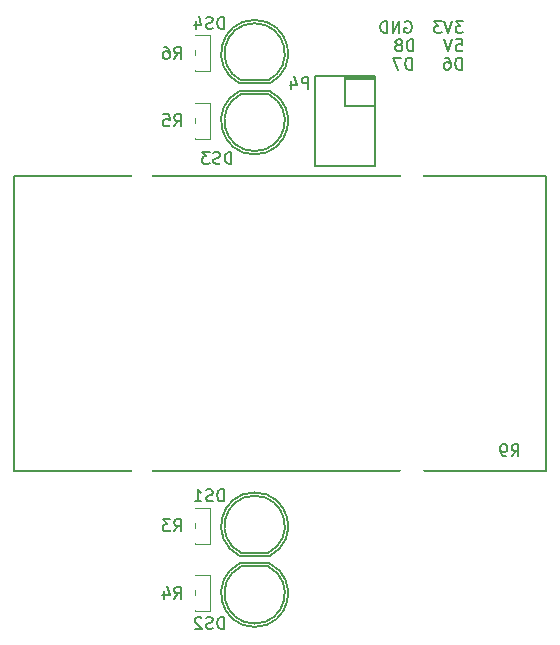
<source format=gbo>
G04 #@! TF.FileFunction,Legend,Bot*
%FSLAX46Y46*%
G04 Gerber Fmt 4.6, Leading zero omitted, Abs format (unit mm)*
G04 Created by KiCad (PCBNEW 4.0.1-stable) date 27/02/2016 21:34:42*
%MOMM*%
G01*
G04 APERTURE LIST*
%ADD10C,0.150000*%
%ADD11C,0.100000*%
%ADD12R,1.150000X1.150000*%
%ADD13C,2.000000*%
%ADD14C,1.800000*%
%ADD15R,1.500000X1.500000*%
%ADD16C,1.500000*%
%ADD17C,1.000000*%
%ADD18R,1.000000X1.000000*%
%ADD19O,3.000000X1.800000*%
%ADD20C,4.000000*%
%ADD21C,2.500000*%
G04 APERTURE END LIST*
D10*
X85582143Y-49337381D02*
X84963095Y-49337381D01*
X85296429Y-49718333D01*
X85153571Y-49718333D01*
X85058333Y-49765952D01*
X85010714Y-49813571D01*
X84963095Y-49908810D01*
X84963095Y-50146905D01*
X85010714Y-50242143D01*
X85058333Y-50289762D01*
X85153571Y-50337381D01*
X85439286Y-50337381D01*
X85534524Y-50289762D01*
X85582143Y-50242143D01*
X84677381Y-49337381D02*
X84344048Y-50337381D01*
X84010714Y-49337381D01*
X83772619Y-49337381D02*
X83153571Y-49337381D01*
X83486905Y-49718333D01*
X83344047Y-49718333D01*
X83248809Y-49765952D01*
X83201190Y-49813571D01*
X83153571Y-49908810D01*
X83153571Y-50146905D01*
X83201190Y-50242143D01*
X83248809Y-50289762D01*
X83344047Y-50337381D01*
X83629762Y-50337381D01*
X83725000Y-50289762D01*
X83772619Y-50242143D01*
X80677380Y-49385000D02*
X80772618Y-49337381D01*
X80915475Y-49337381D01*
X81058333Y-49385000D01*
X81153571Y-49480238D01*
X81201190Y-49575476D01*
X81248809Y-49765952D01*
X81248809Y-49908810D01*
X81201190Y-50099286D01*
X81153571Y-50194524D01*
X81058333Y-50289762D01*
X80915475Y-50337381D01*
X80820237Y-50337381D01*
X80677380Y-50289762D01*
X80629761Y-50242143D01*
X80629761Y-49908810D01*
X80820237Y-49908810D01*
X80201190Y-50337381D02*
X80201190Y-49337381D01*
X79629761Y-50337381D01*
X79629761Y-49337381D01*
X79153571Y-50337381D02*
X79153571Y-49337381D01*
X78915476Y-49337381D01*
X78772618Y-49385000D01*
X78677380Y-49480238D01*
X78629761Y-49575476D01*
X78582142Y-49765952D01*
X78582142Y-49908810D01*
X78629761Y-50099286D01*
X78677380Y-50194524D01*
X78772618Y-50289762D01*
X78915476Y-50337381D01*
X79153571Y-50337381D01*
X85010714Y-50887381D02*
X85486905Y-50887381D01*
X85534524Y-51363571D01*
X85486905Y-51315952D01*
X85391667Y-51268333D01*
X85153571Y-51268333D01*
X85058333Y-51315952D01*
X85010714Y-51363571D01*
X84963095Y-51458810D01*
X84963095Y-51696905D01*
X85010714Y-51792143D01*
X85058333Y-51839762D01*
X85153571Y-51887381D01*
X85391667Y-51887381D01*
X85486905Y-51839762D01*
X85534524Y-51792143D01*
X84677381Y-50887381D02*
X84344048Y-51887381D01*
X84010714Y-50887381D01*
X81391666Y-51887381D02*
X81391666Y-50887381D01*
X81153571Y-50887381D01*
X81010713Y-50935000D01*
X80915475Y-51030238D01*
X80867856Y-51125476D01*
X80820237Y-51315952D01*
X80820237Y-51458810D01*
X80867856Y-51649286D01*
X80915475Y-51744524D01*
X81010713Y-51839762D01*
X81153571Y-51887381D01*
X81391666Y-51887381D01*
X80248809Y-51315952D02*
X80344047Y-51268333D01*
X80391666Y-51220714D01*
X80439285Y-51125476D01*
X80439285Y-51077857D01*
X80391666Y-50982619D01*
X80344047Y-50935000D01*
X80248809Y-50887381D01*
X80058332Y-50887381D01*
X79963094Y-50935000D01*
X79915475Y-50982619D01*
X79867856Y-51077857D01*
X79867856Y-51125476D01*
X79915475Y-51220714D01*
X79963094Y-51268333D01*
X80058332Y-51315952D01*
X80248809Y-51315952D01*
X80344047Y-51363571D01*
X80391666Y-51411190D01*
X80439285Y-51506429D01*
X80439285Y-51696905D01*
X80391666Y-51792143D01*
X80344047Y-51839762D01*
X80248809Y-51887381D01*
X80058332Y-51887381D01*
X79963094Y-51839762D01*
X79915475Y-51792143D01*
X79867856Y-51696905D01*
X79867856Y-51506429D01*
X79915475Y-51411190D01*
X79963094Y-51363571D01*
X80058332Y-51315952D01*
X85486905Y-53437381D02*
X85486905Y-52437381D01*
X85248810Y-52437381D01*
X85105952Y-52485000D01*
X85010714Y-52580238D01*
X84963095Y-52675476D01*
X84915476Y-52865952D01*
X84915476Y-53008810D01*
X84963095Y-53199286D01*
X85010714Y-53294524D01*
X85105952Y-53389762D01*
X85248810Y-53437381D01*
X85486905Y-53437381D01*
X84058333Y-52437381D02*
X84248810Y-52437381D01*
X84344048Y-52485000D01*
X84391667Y-52532619D01*
X84486905Y-52675476D01*
X84534524Y-52865952D01*
X84534524Y-53246905D01*
X84486905Y-53342143D01*
X84439286Y-53389762D01*
X84344048Y-53437381D01*
X84153571Y-53437381D01*
X84058333Y-53389762D01*
X84010714Y-53342143D01*
X83963095Y-53246905D01*
X83963095Y-53008810D01*
X84010714Y-52913571D01*
X84058333Y-52865952D01*
X84153571Y-52818333D01*
X84344048Y-52818333D01*
X84439286Y-52865952D01*
X84486905Y-52913571D01*
X84534524Y-53008810D01*
X81248809Y-53437381D02*
X81248809Y-52437381D01*
X81010714Y-52437381D01*
X80867856Y-52485000D01*
X80772618Y-52580238D01*
X80724999Y-52675476D01*
X80677380Y-52865952D01*
X80677380Y-53008810D01*
X80724999Y-53199286D01*
X80772618Y-53294524D01*
X80867856Y-53389762D01*
X81010714Y-53437381D01*
X81248809Y-53437381D01*
X80344047Y-52437381D02*
X79677380Y-52437381D01*
X80105952Y-53437381D01*
D11*
X64135000Y-93599000D02*
X64135000Y-90551000D01*
X64135000Y-90551000D02*
X62865000Y-90551000D01*
X62865000Y-90551000D02*
X62865000Y-93599000D01*
X62865000Y-93599000D02*
X64135000Y-93599000D01*
X62865000Y-56261000D02*
X62865000Y-59309000D01*
X62865000Y-59309000D02*
X64135000Y-59309000D01*
X64135000Y-59309000D02*
X64135000Y-56261000D01*
X64135000Y-56261000D02*
X62865000Y-56261000D01*
X62865000Y-96266000D02*
X62865000Y-99314000D01*
X62865000Y-99314000D02*
X64135000Y-99314000D01*
X64135000Y-99314000D02*
X64135000Y-96266000D01*
X64135000Y-96266000D02*
X62865000Y-96266000D01*
X64135000Y-53594000D02*
X64135000Y-50546000D01*
X64135000Y-50546000D02*
X62865000Y-50546000D01*
X62865000Y-50546000D02*
X62865000Y-53594000D01*
X62865000Y-53594000D02*
X64135000Y-53594000D01*
D10*
X69209229Y-55242123D02*
G75*
G02X66675000Y-55245000I-1264229J-2542877D01*
G01*
X66675000Y-55245000D02*
X69215000Y-55245000D01*
X69082806Y-55496410D02*
G75*
G02X66802000Y-55499000I-1137806J-2288590D01*
G01*
X66802000Y-55499000D02*
X69088000Y-55499000D01*
X66680771Y-54612877D02*
G75*
G02X69215000Y-54610000I1264229J2542877D01*
G01*
X69215000Y-54610000D02*
X66675000Y-54610000D01*
X66807194Y-54358590D02*
G75*
G02X69088000Y-54356000I1137806J2288590D01*
G01*
X69088000Y-54356000D02*
X66802000Y-54356000D01*
X69209229Y-95247123D02*
G75*
G02X66675000Y-95250000I-1264229J-2542877D01*
G01*
X66675000Y-95250000D02*
X69215000Y-95250000D01*
X69082806Y-95501410D02*
G75*
G02X66802000Y-95504000I-1137806J-2288590D01*
G01*
X66802000Y-95504000D02*
X69088000Y-95504000D01*
X66680771Y-94617877D02*
G75*
G02X69215000Y-94615000I1264229J2542877D01*
G01*
X69215000Y-94615000D02*
X66675000Y-94615000D01*
X66807194Y-94363590D02*
G75*
G02X69088000Y-94361000I1137806J2288590D01*
G01*
X69088000Y-94361000D02*
X66802000Y-94361000D01*
X47590000Y-62430000D02*
X92590000Y-62430000D01*
X47590000Y-87430000D02*
X92590000Y-87430000D01*
X47590000Y-62430000D02*
X47590000Y-87430000D01*
X92590000Y-62430000D02*
X92590000Y-87430000D01*
X78105000Y-56515000D02*
X75565000Y-56515000D01*
X75565000Y-56515000D02*
X75565000Y-53975000D01*
X73025000Y-56515000D02*
X73025000Y-61595000D01*
X73025000Y-61595000D02*
X78105000Y-61595000D01*
X78105000Y-61595000D02*
X78105000Y-56515000D01*
X78105000Y-54102000D02*
X75565000Y-54102000D01*
X75565000Y-54102000D02*
X75565000Y-54229000D01*
X75565000Y-54229000D02*
X78105000Y-54229000D01*
X78105000Y-56261000D02*
X78105000Y-56134000D01*
X78105000Y-56134000D02*
X78105000Y-56261000D01*
X78105000Y-56515000D02*
X78105000Y-53975000D01*
X78105000Y-53975000D02*
X75565000Y-53975000D01*
X73025000Y-56515000D02*
X73025000Y-53975000D01*
X73025000Y-53975000D02*
X75565000Y-53975000D01*
X61126666Y-92527381D02*
X61460000Y-92051190D01*
X61698095Y-92527381D02*
X61698095Y-91527381D01*
X61317142Y-91527381D01*
X61221904Y-91575000D01*
X61174285Y-91622619D01*
X61126666Y-91717857D01*
X61126666Y-91860714D01*
X61174285Y-91955952D01*
X61221904Y-92003571D01*
X61317142Y-92051190D01*
X61698095Y-92051190D01*
X60793333Y-91527381D02*
X60174285Y-91527381D01*
X60507619Y-91908333D01*
X60364761Y-91908333D01*
X60269523Y-91955952D01*
X60221904Y-92003571D01*
X60174285Y-92098810D01*
X60174285Y-92336905D01*
X60221904Y-92432143D01*
X60269523Y-92479762D01*
X60364761Y-92527381D01*
X60650476Y-92527381D01*
X60745714Y-92479762D01*
X60793333Y-92432143D01*
X61126666Y-58237381D02*
X61460000Y-57761190D01*
X61698095Y-58237381D02*
X61698095Y-57237381D01*
X61317142Y-57237381D01*
X61221904Y-57285000D01*
X61174285Y-57332619D01*
X61126666Y-57427857D01*
X61126666Y-57570714D01*
X61174285Y-57665952D01*
X61221904Y-57713571D01*
X61317142Y-57761190D01*
X61698095Y-57761190D01*
X60221904Y-57237381D02*
X60698095Y-57237381D01*
X60745714Y-57713571D01*
X60698095Y-57665952D01*
X60602857Y-57618333D01*
X60364761Y-57618333D01*
X60269523Y-57665952D01*
X60221904Y-57713571D01*
X60174285Y-57808810D01*
X60174285Y-58046905D01*
X60221904Y-58142143D01*
X60269523Y-58189762D01*
X60364761Y-58237381D01*
X60602857Y-58237381D01*
X60698095Y-58189762D01*
X60745714Y-58142143D01*
X61126666Y-98242381D02*
X61460000Y-97766190D01*
X61698095Y-98242381D02*
X61698095Y-97242381D01*
X61317142Y-97242381D01*
X61221904Y-97290000D01*
X61174285Y-97337619D01*
X61126666Y-97432857D01*
X61126666Y-97575714D01*
X61174285Y-97670952D01*
X61221904Y-97718571D01*
X61317142Y-97766190D01*
X61698095Y-97766190D01*
X60269523Y-97575714D02*
X60269523Y-98242381D01*
X60507619Y-97194762D02*
X60745714Y-97909048D01*
X60126666Y-97909048D01*
X61126666Y-52522381D02*
X61460000Y-52046190D01*
X61698095Y-52522381D02*
X61698095Y-51522381D01*
X61317142Y-51522381D01*
X61221904Y-51570000D01*
X61174285Y-51617619D01*
X61126666Y-51712857D01*
X61126666Y-51855714D01*
X61174285Y-51950952D01*
X61221904Y-51998571D01*
X61317142Y-52046190D01*
X61698095Y-52046190D01*
X60269523Y-51522381D02*
X60460000Y-51522381D01*
X60555238Y-51570000D01*
X60602857Y-51617619D01*
X60698095Y-51760476D01*
X60745714Y-51950952D01*
X60745714Y-52331905D01*
X60698095Y-52427143D01*
X60650476Y-52474762D01*
X60555238Y-52522381D01*
X60364761Y-52522381D01*
X60269523Y-52474762D01*
X60221904Y-52427143D01*
X60174285Y-52331905D01*
X60174285Y-52093810D01*
X60221904Y-51998571D01*
X60269523Y-51950952D01*
X60364761Y-51903333D01*
X60555238Y-51903333D01*
X60650476Y-51950952D01*
X60698095Y-51998571D01*
X60745714Y-52093810D01*
X65984286Y-61412381D02*
X65984286Y-60412381D01*
X65746191Y-60412381D01*
X65603333Y-60460000D01*
X65508095Y-60555238D01*
X65460476Y-60650476D01*
X65412857Y-60840952D01*
X65412857Y-60983810D01*
X65460476Y-61174286D01*
X65508095Y-61269524D01*
X65603333Y-61364762D01*
X65746191Y-61412381D01*
X65984286Y-61412381D01*
X65031905Y-61364762D02*
X64889048Y-61412381D01*
X64650952Y-61412381D01*
X64555714Y-61364762D01*
X64508095Y-61317143D01*
X64460476Y-61221905D01*
X64460476Y-61126667D01*
X64508095Y-61031429D01*
X64555714Y-60983810D01*
X64650952Y-60936190D01*
X64841429Y-60888571D01*
X64936667Y-60840952D01*
X64984286Y-60793333D01*
X65031905Y-60698095D01*
X65031905Y-60602857D01*
X64984286Y-60507619D01*
X64936667Y-60460000D01*
X64841429Y-60412381D01*
X64603333Y-60412381D01*
X64460476Y-60460000D01*
X64127143Y-60412381D02*
X63508095Y-60412381D01*
X63841429Y-60793333D01*
X63698571Y-60793333D01*
X63603333Y-60840952D01*
X63555714Y-60888571D01*
X63508095Y-60983810D01*
X63508095Y-61221905D01*
X63555714Y-61317143D01*
X63603333Y-61364762D01*
X63698571Y-61412381D01*
X63984286Y-61412381D01*
X64079524Y-61364762D01*
X64127143Y-61317143D01*
X65349286Y-49982381D02*
X65349286Y-48982381D01*
X65111191Y-48982381D01*
X64968333Y-49030000D01*
X64873095Y-49125238D01*
X64825476Y-49220476D01*
X64777857Y-49410952D01*
X64777857Y-49553810D01*
X64825476Y-49744286D01*
X64873095Y-49839524D01*
X64968333Y-49934762D01*
X65111191Y-49982381D01*
X65349286Y-49982381D01*
X64396905Y-49934762D02*
X64254048Y-49982381D01*
X64015952Y-49982381D01*
X63920714Y-49934762D01*
X63873095Y-49887143D01*
X63825476Y-49791905D01*
X63825476Y-49696667D01*
X63873095Y-49601429D01*
X63920714Y-49553810D01*
X64015952Y-49506190D01*
X64206429Y-49458571D01*
X64301667Y-49410952D01*
X64349286Y-49363333D01*
X64396905Y-49268095D01*
X64396905Y-49172857D01*
X64349286Y-49077619D01*
X64301667Y-49030000D01*
X64206429Y-48982381D01*
X63968333Y-48982381D01*
X63825476Y-49030000D01*
X62968333Y-49315714D02*
X62968333Y-49982381D01*
X63206429Y-48934762D02*
X63444524Y-49649048D01*
X62825476Y-49649048D01*
X65349286Y-100782381D02*
X65349286Y-99782381D01*
X65111191Y-99782381D01*
X64968333Y-99830000D01*
X64873095Y-99925238D01*
X64825476Y-100020476D01*
X64777857Y-100210952D01*
X64777857Y-100353810D01*
X64825476Y-100544286D01*
X64873095Y-100639524D01*
X64968333Y-100734762D01*
X65111191Y-100782381D01*
X65349286Y-100782381D01*
X64396905Y-100734762D02*
X64254048Y-100782381D01*
X64015952Y-100782381D01*
X63920714Y-100734762D01*
X63873095Y-100687143D01*
X63825476Y-100591905D01*
X63825476Y-100496667D01*
X63873095Y-100401429D01*
X63920714Y-100353810D01*
X64015952Y-100306190D01*
X64206429Y-100258571D01*
X64301667Y-100210952D01*
X64349286Y-100163333D01*
X64396905Y-100068095D01*
X64396905Y-99972857D01*
X64349286Y-99877619D01*
X64301667Y-99830000D01*
X64206429Y-99782381D01*
X63968333Y-99782381D01*
X63825476Y-99830000D01*
X63444524Y-99877619D02*
X63396905Y-99830000D01*
X63301667Y-99782381D01*
X63063571Y-99782381D01*
X62968333Y-99830000D01*
X62920714Y-99877619D01*
X62873095Y-99972857D01*
X62873095Y-100068095D01*
X62920714Y-100210952D01*
X63492143Y-100782381D01*
X62873095Y-100782381D01*
X65349286Y-89987381D02*
X65349286Y-88987381D01*
X65111191Y-88987381D01*
X64968333Y-89035000D01*
X64873095Y-89130238D01*
X64825476Y-89225476D01*
X64777857Y-89415952D01*
X64777857Y-89558810D01*
X64825476Y-89749286D01*
X64873095Y-89844524D01*
X64968333Y-89939762D01*
X65111191Y-89987381D01*
X65349286Y-89987381D01*
X64396905Y-89939762D02*
X64254048Y-89987381D01*
X64015952Y-89987381D01*
X63920714Y-89939762D01*
X63873095Y-89892143D01*
X63825476Y-89796905D01*
X63825476Y-89701667D01*
X63873095Y-89606429D01*
X63920714Y-89558810D01*
X64015952Y-89511190D01*
X64206429Y-89463571D01*
X64301667Y-89415952D01*
X64349286Y-89368333D01*
X64396905Y-89273095D01*
X64396905Y-89177857D01*
X64349286Y-89082619D01*
X64301667Y-89035000D01*
X64206429Y-88987381D01*
X63968333Y-88987381D01*
X63825476Y-89035000D01*
X62873095Y-89987381D02*
X63444524Y-89987381D01*
X63158810Y-89987381D02*
X63158810Y-88987381D01*
X63254048Y-89130238D01*
X63349286Y-89225476D01*
X63444524Y-89273095D01*
X89701666Y-86177381D02*
X90035000Y-85701190D01*
X90273095Y-86177381D02*
X90273095Y-85177381D01*
X89892142Y-85177381D01*
X89796904Y-85225000D01*
X89749285Y-85272619D01*
X89701666Y-85367857D01*
X89701666Y-85510714D01*
X89749285Y-85605952D01*
X89796904Y-85653571D01*
X89892142Y-85701190D01*
X90273095Y-85701190D01*
X89225476Y-86177381D02*
X89035000Y-86177381D01*
X88939761Y-86129762D01*
X88892142Y-86082143D01*
X88796904Y-85939286D01*
X88749285Y-85748810D01*
X88749285Y-85367857D01*
X88796904Y-85272619D01*
X88844523Y-85225000D01*
X88939761Y-85177381D01*
X89130238Y-85177381D01*
X89225476Y-85225000D01*
X89273095Y-85272619D01*
X89320714Y-85367857D01*
X89320714Y-85605952D01*
X89273095Y-85701190D01*
X89225476Y-85748810D01*
X89130238Y-85796429D01*
X88939761Y-85796429D01*
X88844523Y-85748810D01*
X88796904Y-85701190D01*
X88749285Y-85605952D01*
X72493095Y-55062381D02*
X72493095Y-54062381D01*
X72112142Y-54062381D01*
X72016904Y-54110000D01*
X71969285Y-54157619D01*
X71921666Y-54252857D01*
X71921666Y-54395714D01*
X71969285Y-54490952D01*
X72016904Y-54538571D01*
X72112142Y-54586190D01*
X72493095Y-54586190D01*
X71064523Y-54395714D02*
X71064523Y-55062381D01*
X71302619Y-54014762D02*
X71540714Y-54729048D01*
X70921666Y-54729048D01*
%LPC*%
D12*
X63500000Y-92925000D03*
X63500000Y-91225000D03*
X63500000Y-56935000D03*
X63500000Y-58635000D03*
X63500000Y-96940000D03*
X63500000Y-98640000D03*
X63500000Y-52920000D03*
X63500000Y-51220000D03*
D13*
X81280000Y-92710000D03*
X81280000Y-90170000D03*
X81280000Y-87630000D03*
X81280000Y-85090000D03*
X81280000Y-82550000D03*
X81280000Y-80010000D03*
X81280000Y-77470000D03*
X81280000Y-74930000D03*
X81280000Y-72390000D03*
X81280000Y-69850000D03*
X81280000Y-67310000D03*
X81280000Y-64770000D03*
X81280000Y-62230000D03*
X81280000Y-59690000D03*
X81280000Y-57150000D03*
D14*
X58420000Y-57150000D03*
X58420000Y-59690000D03*
X58420000Y-62230000D03*
X58420000Y-64770000D03*
X58420000Y-67310000D03*
X58420000Y-69850000D03*
X58420000Y-72390000D03*
X58420000Y-74930000D03*
X58420000Y-77470000D03*
X58420000Y-80010000D03*
X58420000Y-82550000D03*
X58420000Y-85090000D03*
X58420000Y-87630000D03*
X58420000Y-90170000D03*
X58420000Y-92710000D03*
D15*
X67945000Y-56515000D03*
D16*
X67945000Y-59055000D03*
D15*
X67945000Y-53340000D03*
D16*
X67945000Y-50800000D03*
D15*
X67945000Y-96520000D03*
D16*
X67945000Y-99060000D03*
D15*
X67945000Y-93345000D03*
D16*
X67945000Y-90805000D03*
D14*
X85725000Y-91440000D03*
X88265000Y-91440000D03*
X50165000Y-58420000D03*
X52705000Y-58420000D03*
D17*
X50320000Y-89535000D03*
D18*
X53820000Y-89535000D03*
D19*
X85090000Y-73680000D03*
X85090000Y-76180000D03*
X85090000Y-78680000D03*
X85090000Y-71180000D03*
X85090000Y-68680000D03*
X85090000Y-81180000D03*
X85090000Y-83680000D03*
X85090000Y-66180000D03*
D20*
X69590000Y-83180000D03*
X69590000Y-66680000D03*
D21*
X49890000Y-83430000D03*
X49890000Y-66430000D03*
D14*
X76835000Y-55245000D03*
X76835000Y-57785000D03*
X76835000Y-60325000D03*
X74295000Y-60325000D03*
X74295000Y-57785000D03*
X74295000Y-55245000D03*
M02*

</source>
